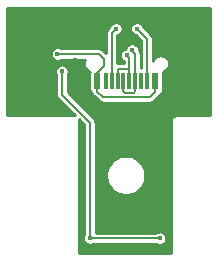
<source format=gbr>
%TF.GenerationSoftware,KiCad,Pcbnew,(5.1.10)-1*%
%TF.CreationDate,2022-04-16T22:58:20-04:00*%
%TF.ProjectId,030,3033302e-6b69-4636-9164-5f7063625858,rev?*%
%TF.SameCoordinates,Original*%
%TF.FileFunction,Copper,L2,Bot*%
%TF.FilePolarity,Positive*%
%FSLAX46Y46*%
G04 Gerber Fmt 4.6, Leading zero omitted, Abs format (unit mm)*
G04 Created by KiCad (PCBNEW (5.1.10)-1) date 2022-04-16 22:58:20*
%MOMM*%
%LPD*%
G01*
G04 APERTURE LIST*
%TA.AperFunction,ComponentPad*%
%ADD10O,1.000000X1.600000*%
%TD*%
%TA.AperFunction,ComponentPad*%
%ADD11O,1.000000X2.100000*%
%TD*%
%TA.AperFunction,SMDPad,CuDef*%
%ADD12R,0.300000X1.450000*%
%TD*%
%TA.AperFunction,SMDPad,CuDef*%
%ADD13R,0.600000X1.450000*%
%TD*%
%TA.AperFunction,ViaPad*%
%ADD14C,0.400000*%
%TD*%
%TA.AperFunction,Conductor*%
%ADD15C,0.200000*%
%TD*%
%TA.AperFunction,Conductor*%
%ADD16C,0.250000*%
%TD*%
%TA.AperFunction,Conductor*%
%ADD17C,0.100000*%
%TD*%
G04 APERTURE END LIST*
D10*
%TO.P,USB,S1*%
%TO.N,GND*%
X110619000Y-53814000D03*
X101979000Y-53814000D03*
D11*
X101979000Y-57994000D03*
X110619000Y-57994000D03*
D12*
%TO.P,USB,A6*%
%TO.N,/D+*%
X106049000Y-58909000D03*
%TO.P,USB,B5*%
%TO.N,Net-(J2-PadB5)*%
X108049000Y-58909000D03*
%TO.P,USB,A8*%
%TO.N,Net-(J2-PadA8)*%
X107549000Y-58909000D03*
%TO.P,USB,B6*%
%TO.N,/D+*%
X107049000Y-58909000D03*
%TO.P,USB,A7*%
%TO.N,/D-*%
X106549000Y-58909000D03*
%TO.P,USB,B7*%
X105549000Y-58909000D03*
%TO.P,USB,A5*%
%TO.N,Net-(J2-PadA5)*%
X105049000Y-58909000D03*
%TO.P,USB,B8*%
%TO.N,Net-(J2-PadB8)*%
X104549000Y-58909000D03*
D13*
%TO.P,USB,A12*%
%TO.N,GND*%
X109549000Y-58909000D03*
%TO.P,USB,B4*%
%TO.N,+5V*%
X108749000Y-58909000D03*
%TO.P,USB,A4*%
X103849000Y-58909000D03*
%TO.P,USB,A1*%
%TO.N,GND*%
X103049000Y-58909000D03*
%TO.P,USB,B12*%
X103049000Y-58909000D03*
%TO.P,USB,B9*%
%TO.N,+5V*%
X103849000Y-58909000D03*
%TO.P,USB,A9*%
X108749000Y-58909000D03*
%TO.P,USB,B1*%
%TO.N,GND*%
X109549000Y-58909000D03*
%TD*%
D14*
%TO.N,+5V*%
X100457000Y-56642000D03*
%TO.N,GND*%
X98560001Y-55888001D03*
X98567999Y-57388001D03*
X98933000Y-59880500D03*
X100330000Y-55880000D03*
X102362000Y-63754000D03*
X102362000Y-67310000D03*
X102489000Y-69977000D03*
X103790000Y-70250000D03*
X108230000Y-69810000D03*
X104648000Y-65024000D03*
X104775000Y-62484000D03*
X109220000Y-60452000D03*
X109347000Y-55880000D03*
X109474000Y-54737000D03*
X103505000Y-54483000D03*
X112014000Y-53848000D03*
X103378000Y-60452000D03*
X106299000Y-60960000D03*
%TO.N,/D+*%
X106782810Y-56285190D03*
%TO.N,/D-*%
X106323190Y-56744810D03*
%TO.N,Net-(J2-PadB5)*%
X107188000Y-54483000D03*
%TO.N,Net-(J2-PadA5)*%
X105410000Y-54483000D03*
%TO.N,/Annode*%
X100838000Y-58102500D03*
X103210000Y-72240000D03*
X109110000Y-72240000D03*
%TD*%
D15*
%TO.N,+5V*%
X104009001Y-58748999D02*
X103849000Y-58909000D01*
X108749000Y-59834000D02*
X108749000Y-58909000D01*
X108298989Y-60284011D02*
X108749000Y-59834000D01*
X104299011Y-60284011D02*
X108298989Y-60284011D01*
X103849000Y-59834000D02*
X104299011Y-60284011D01*
X103849000Y-58909000D02*
X103849000Y-59834000D01*
X103849000Y-58238998D02*
X103849000Y-58909000D01*
X104394000Y-57693998D02*
X103849000Y-58238998D01*
X104394000Y-57086500D02*
X104394000Y-57693998D01*
X103949500Y-56642000D02*
X104394000Y-57086500D01*
X100457000Y-56642000D02*
X103949500Y-56642000D01*
%TO.N,/D+*%
X107049000Y-59779002D02*
X107049000Y-58909000D01*
X106178999Y-59909001D02*
X106919001Y-59909001D01*
X106049000Y-59779002D02*
X106178999Y-59909001D01*
X106919001Y-59909001D02*
X107049000Y-59779002D01*
X106049000Y-58909000D02*
X106049000Y-59779002D01*
X107024000Y-58884000D02*
X107049000Y-58909000D01*
X107024000Y-56667801D02*
X107024000Y-58884000D01*
X106782810Y-56426611D02*
X107024000Y-56667801D01*
X106782810Y-56285190D02*
X106782810Y-56426611D01*
%TO.N,/D-*%
X106549000Y-58038998D02*
X106549000Y-58909000D01*
X106419001Y-57908999D02*
X106549000Y-58038998D01*
X105549000Y-57984000D02*
X105624001Y-57908999D01*
X105549000Y-58909000D02*
X105549000Y-57984000D01*
X105624001Y-57908999D02*
X106419001Y-57908999D01*
X106549000Y-56970620D02*
X106549000Y-58909000D01*
X106323190Y-56744810D02*
X106549000Y-56970620D01*
D16*
%TO.N,Net-(J2-PadB5)*%
X108049000Y-58909000D02*
X108049000Y-58773000D01*
D15*
X108049000Y-55344000D02*
X107188000Y-54483000D01*
X108049000Y-58909000D02*
X108049000Y-55344000D01*
%TO.N,Net-(J2-PadA5)*%
X105049000Y-54844000D02*
X105410000Y-54483000D01*
X105049000Y-58909000D02*
X105049000Y-54844000D01*
%TO.N,/Annode*%
X109110000Y-72240000D02*
X103210000Y-72240000D01*
X100838000Y-60071000D02*
X100838000Y-58102500D01*
X103210000Y-62443000D02*
X100838000Y-60071000D01*
X103210000Y-72240000D02*
X103210000Y-62443000D01*
%TD*%
D16*
%TO.N,GND*%
X113392000Y-61830000D02*
X110509647Y-61830000D01*
X110490000Y-61828065D01*
X110470354Y-61830000D01*
X110470353Y-61830000D01*
X110411586Y-61835788D01*
X110336186Y-61858660D01*
X110266697Y-61895803D01*
X110205789Y-61945789D01*
X110155803Y-62006697D01*
X110118660Y-62076186D01*
X110095788Y-62151586D01*
X110088065Y-62230000D01*
X110090001Y-62249657D01*
X110090000Y-73514000D01*
X102254000Y-73514000D01*
X102254000Y-62249646D01*
X102255935Y-62230000D01*
X102248362Y-62153114D01*
X102735001Y-62639753D01*
X102735000Y-71915915D01*
X102700442Y-71967635D01*
X102657097Y-72072279D01*
X102635000Y-72183367D01*
X102635000Y-72296633D01*
X102657097Y-72407721D01*
X102700442Y-72512365D01*
X102763368Y-72606541D01*
X102843459Y-72686632D01*
X102937635Y-72749558D01*
X103042279Y-72792903D01*
X103153367Y-72815000D01*
X103266633Y-72815000D01*
X103377721Y-72792903D01*
X103482365Y-72749558D01*
X103534085Y-72715000D01*
X108785915Y-72715000D01*
X108837635Y-72749558D01*
X108942279Y-72792903D01*
X109053367Y-72815000D01*
X109166633Y-72815000D01*
X109277721Y-72792903D01*
X109382365Y-72749558D01*
X109476541Y-72686632D01*
X109556632Y-72606541D01*
X109619558Y-72512365D01*
X109662903Y-72407721D01*
X109685000Y-72296633D01*
X109685000Y-72183367D01*
X109662903Y-72072279D01*
X109619558Y-71967635D01*
X109556632Y-71873459D01*
X109476541Y-71793368D01*
X109382365Y-71730442D01*
X109277721Y-71687097D01*
X109166633Y-71665000D01*
X109053367Y-71665000D01*
X108942279Y-71687097D01*
X108837635Y-71730442D01*
X108785915Y-71765000D01*
X103685000Y-71765000D01*
X103685000Y-66746311D01*
X104585600Y-66746311D01*
X104585600Y-67073689D01*
X104649468Y-67394775D01*
X104774749Y-67697232D01*
X104956630Y-67969436D01*
X105188121Y-68200927D01*
X105460325Y-68382808D01*
X105762782Y-68508089D01*
X106083868Y-68571957D01*
X106411246Y-68571957D01*
X106732332Y-68508089D01*
X107034789Y-68382808D01*
X107306993Y-68200927D01*
X107538484Y-67969436D01*
X107720365Y-67697232D01*
X107845646Y-67394775D01*
X107909514Y-67073689D01*
X107909514Y-66746311D01*
X107845646Y-66425225D01*
X107720365Y-66122768D01*
X107538484Y-65850564D01*
X107306993Y-65619073D01*
X107034789Y-65437192D01*
X106732332Y-65311911D01*
X106411246Y-65248043D01*
X106083868Y-65248043D01*
X105762782Y-65311911D01*
X105460325Y-65437192D01*
X105188121Y-65619073D01*
X104956630Y-65850564D01*
X104774749Y-66122768D01*
X104649468Y-66425225D01*
X104585600Y-66746311D01*
X103685000Y-66746311D01*
X103685000Y-62466332D01*
X103687298Y-62443000D01*
X103678127Y-62349884D01*
X103650966Y-62260346D01*
X103606859Y-62177827D01*
X103562374Y-62123622D01*
X103547501Y-62105499D01*
X103529377Y-62090625D01*
X101313000Y-59874250D01*
X101313000Y-58426585D01*
X101347558Y-58374865D01*
X101390903Y-58270221D01*
X101413000Y-58159133D01*
X101413000Y-58045867D01*
X101390903Y-57934779D01*
X101347558Y-57830135D01*
X101284632Y-57735959D01*
X101204541Y-57655868D01*
X101110365Y-57592942D01*
X101005721Y-57549597D01*
X100894633Y-57527500D01*
X100781367Y-57527500D01*
X100670279Y-57549597D01*
X100565635Y-57592942D01*
X100471459Y-57655868D01*
X100391368Y-57735959D01*
X100328442Y-57830135D01*
X100285097Y-57934779D01*
X100263000Y-58045867D01*
X100263000Y-58159133D01*
X100285097Y-58270221D01*
X100328442Y-58374865D01*
X100363001Y-58426586D01*
X100363000Y-60047667D01*
X100360702Y-60071000D01*
X100369873Y-60164116D01*
X100372924Y-60174173D01*
X100397034Y-60253653D01*
X100441141Y-60336173D01*
X100500499Y-60408501D01*
X100518634Y-60423384D01*
X101930886Y-61835638D01*
X101873647Y-61830000D01*
X101873646Y-61830000D01*
X101854000Y-61828065D01*
X101834353Y-61830000D01*
X96158000Y-61830000D01*
X96158000Y-56585367D01*
X99882000Y-56585367D01*
X99882000Y-56698633D01*
X99904097Y-56809721D01*
X99947442Y-56914365D01*
X100010368Y-57008541D01*
X100090459Y-57088632D01*
X100184635Y-57151558D01*
X100289279Y-57194903D01*
X100400367Y-57217000D01*
X100513633Y-57217000D01*
X100624721Y-57194903D01*
X100729365Y-57151558D01*
X100781085Y-57117000D01*
X102798975Y-57117000D01*
X102788668Y-57132426D01*
X102735901Y-57259818D01*
X102709000Y-57395056D01*
X102709000Y-57532944D01*
X102735901Y-57668182D01*
X102788668Y-57795574D01*
X102865274Y-57910224D01*
X102962776Y-58007726D01*
X103077426Y-58084332D01*
X103177903Y-58125951D01*
X103172186Y-58184000D01*
X103172186Y-59634000D01*
X103179426Y-59707513D01*
X103200869Y-59778200D01*
X103235691Y-59843347D01*
X103282552Y-59900448D01*
X103339653Y-59947309D01*
X103396161Y-59977514D01*
X103403625Y-60002116D01*
X103408035Y-60016654D01*
X103452142Y-60099173D01*
X103511500Y-60171501D01*
X103529629Y-60186379D01*
X103946636Y-60603387D01*
X103961510Y-60621512D01*
X104033838Y-60680870D01*
X104116355Y-60724976D01*
X104116357Y-60724977D01*
X104205895Y-60752138D01*
X104299011Y-60761309D01*
X104322343Y-60759011D01*
X108275657Y-60759011D01*
X108298989Y-60761309D01*
X108322321Y-60759011D01*
X108392105Y-60752138D01*
X108481643Y-60724977D01*
X108564162Y-60680870D01*
X108636490Y-60621512D01*
X108651372Y-60603378D01*
X109068376Y-60186375D01*
X109086501Y-60171501D01*
X109145859Y-60099173D01*
X109189966Y-60016654D01*
X109201839Y-59977513D01*
X109258347Y-59947309D01*
X109315448Y-59900448D01*
X109362309Y-59843347D01*
X109397131Y-59778200D01*
X109418574Y-59707513D01*
X109425814Y-59634000D01*
X109425814Y-58184000D01*
X109420097Y-58125951D01*
X109520574Y-58084332D01*
X109635224Y-58007726D01*
X109732726Y-57910224D01*
X109809332Y-57795574D01*
X109862099Y-57668182D01*
X109889000Y-57532944D01*
X109889000Y-57395056D01*
X109862099Y-57259818D01*
X109809332Y-57132426D01*
X109732726Y-57017776D01*
X109635224Y-56920274D01*
X109520574Y-56843668D01*
X109393182Y-56790901D01*
X109257944Y-56764000D01*
X109120056Y-56764000D01*
X108984818Y-56790901D01*
X108857426Y-56843668D01*
X108742776Y-56920274D01*
X108645274Y-57017776D01*
X108568668Y-57132426D01*
X108524000Y-57240265D01*
X108524000Y-55367332D01*
X108526298Y-55344000D01*
X108517127Y-55250884D01*
X108489966Y-55161345D01*
X108474602Y-55132602D01*
X108445859Y-55078827D01*
X108386501Y-55006499D01*
X108368377Y-54991625D01*
X107753039Y-54376288D01*
X107740903Y-54315279D01*
X107697558Y-54210635D01*
X107634632Y-54116459D01*
X107554541Y-54036368D01*
X107460365Y-53973442D01*
X107355721Y-53930097D01*
X107244633Y-53908000D01*
X107131367Y-53908000D01*
X107020279Y-53930097D01*
X106915635Y-53973442D01*
X106821459Y-54036368D01*
X106741368Y-54116459D01*
X106678442Y-54210635D01*
X106635097Y-54315279D01*
X106613000Y-54426367D01*
X106613000Y-54539633D01*
X106635097Y-54650721D01*
X106678442Y-54755365D01*
X106741368Y-54849541D01*
X106821459Y-54929632D01*
X106915635Y-54992558D01*
X107020279Y-55035903D01*
X107081288Y-55048039D01*
X107574001Y-55540753D01*
X107574000Y-57807186D01*
X107499000Y-57807186D01*
X107499000Y-56691132D01*
X107501298Y-56667800D01*
X107492127Y-56574684D01*
X107478467Y-56529654D01*
X107464966Y-56485147D01*
X107420859Y-56402628D01*
X107361501Y-56330300D01*
X107357810Y-56327271D01*
X107357810Y-56228557D01*
X107335713Y-56117469D01*
X107292368Y-56012825D01*
X107229442Y-55918649D01*
X107149351Y-55838558D01*
X107055175Y-55775632D01*
X106950531Y-55732287D01*
X106839443Y-55710190D01*
X106726177Y-55710190D01*
X106615089Y-55732287D01*
X106510445Y-55775632D01*
X106416269Y-55838558D01*
X106336178Y-55918649D01*
X106273252Y-56012825D01*
X106229907Y-56117469D01*
X106217557Y-56179557D01*
X106155469Y-56191907D01*
X106050825Y-56235252D01*
X105956649Y-56298178D01*
X105876558Y-56378269D01*
X105813632Y-56472445D01*
X105770287Y-56577089D01*
X105748190Y-56688177D01*
X105748190Y-56801443D01*
X105770287Y-56912531D01*
X105813632Y-57017175D01*
X105876558Y-57111351D01*
X105956649Y-57191442D01*
X106050825Y-57254368D01*
X106074000Y-57263967D01*
X106074000Y-57433999D01*
X105647332Y-57433999D01*
X105624000Y-57431701D01*
X105530885Y-57440872D01*
X105524000Y-57442961D01*
X105524000Y-55046589D01*
X105577721Y-55035903D01*
X105682365Y-54992558D01*
X105776541Y-54929632D01*
X105856632Y-54849541D01*
X105919558Y-54755365D01*
X105962903Y-54650721D01*
X105985000Y-54539633D01*
X105985000Y-54426367D01*
X105962903Y-54315279D01*
X105919558Y-54210635D01*
X105856632Y-54116459D01*
X105776541Y-54036368D01*
X105682365Y-53973442D01*
X105577721Y-53930097D01*
X105466633Y-53908000D01*
X105353367Y-53908000D01*
X105242279Y-53930097D01*
X105137635Y-53973442D01*
X105043459Y-54036368D01*
X104963368Y-54116459D01*
X104900442Y-54210635D01*
X104857097Y-54315279D01*
X104844961Y-54376288D01*
X104729629Y-54491621D01*
X104711500Y-54506499D01*
X104652142Y-54578827D01*
X104613714Y-54650721D01*
X104608035Y-54661346D01*
X104580873Y-54750884D01*
X104571702Y-54844000D01*
X104574001Y-54867342D01*
X104574001Y-56594750D01*
X104301884Y-56322634D01*
X104287001Y-56304499D01*
X104214673Y-56245141D01*
X104132154Y-56201034D01*
X104042616Y-56173873D01*
X103972832Y-56167000D01*
X103949500Y-56164702D01*
X103926168Y-56167000D01*
X100781085Y-56167000D01*
X100729365Y-56132442D01*
X100624721Y-56089097D01*
X100513633Y-56067000D01*
X100400367Y-56067000D01*
X100289279Y-56089097D01*
X100184635Y-56132442D01*
X100090459Y-56195368D01*
X100010368Y-56275459D01*
X99947442Y-56369635D01*
X99904097Y-56474279D01*
X99882000Y-56585367D01*
X96158000Y-56585367D01*
X96158000Y-52724000D01*
X113392001Y-52724000D01*
X113392000Y-61830000D01*
%TA.AperFunction,Conductor*%
D17*
G36*
X113392000Y-61830000D02*
G01*
X110509647Y-61830000D01*
X110490000Y-61828065D01*
X110470354Y-61830000D01*
X110470353Y-61830000D01*
X110411586Y-61835788D01*
X110336186Y-61858660D01*
X110266697Y-61895803D01*
X110205789Y-61945789D01*
X110155803Y-62006697D01*
X110118660Y-62076186D01*
X110095788Y-62151586D01*
X110088065Y-62230000D01*
X110090001Y-62249657D01*
X110090000Y-73514000D01*
X102254000Y-73514000D01*
X102254000Y-62249646D01*
X102255935Y-62230000D01*
X102248362Y-62153114D01*
X102735001Y-62639753D01*
X102735000Y-71915915D01*
X102700442Y-71967635D01*
X102657097Y-72072279D01*
X102635000Y-72183367D01*
X102635000Y-72296633D01*
X102657097Y-72407721D01*
X102700442Y-72512365D01*
X102763368Y-72606541D01*
X102843459Y-72686632D01*
X102937635Y-72749558D01*
X103042279Y-72792903D01*
X103153367Y-72815000D01*
X103266633Y-72815000D01*
X103377721Y-72792903D01*
X103482365Y-72749558D01*
X103534085Y-72715000D01*
X108785915Y-72715000D01*
X108837635Y-72749558D01*
X108942279Y-72792903D01*
X109053367Y-72815000D01*
X109166633Y-72815000D01*
X109277721Y-72792903D01*
X109382365Y-72749558D01*
X109476541Y-72686632D01*
X109556632Y-72606541D01*
X109619558Y-72512365D01*
X109662903Y-72407721D01*
X109685000Y-72296633D01*
X109685000Y-72183367D01*
X109662903Y-72072279D01*
X109619558Y-71967635D01*
X109556632Y-71873459D01*
X109476541Y-71793368D01*
X109382365Y-71730442D01*
X109277721Y-71687097D01*
X109166633Y-71665000D01*
X109053367Y-71665000D01*
X108942279Y-71687097D01*
X108837635Y-71730442D01*
X108785915Y-71765000D01*
X103685000Y-71765000D01*
X103685000Y-66746311D01*
X104585600Y-66746311D01*
X104585600Y-67073689D01*
X104649468Y-67394775D01*
X104774749Y-67697232D01*
X104956630Y-67969436D01*
X105188121Y-68200927D01*
X105460325Y-68382808D01*
X105762782Y-68508089D01*
X106083868Y-68571957D01*
X106411246Y-68571957D01*
X106732332Y-68508089D01*
X107034789Y-68382808D01*
X107306993Y-68200927D01*
X107538484Y-67969436D01*
X107720365Y-67697232D01*
X107845646Y-67394775D01*
X107909514Y-67073689D01*
X107909514Y-66746311D01*
X107845646Y-66425225D01*
X107720365Y-66122768D01*
X107538484Y-65850564D01*
X107306993Y-65619073D01*
X107034789Y-65437192D01*
X106732332Y-65311911D01*
X106411246Y-65248043D01*
X106083868Y-65248043D01*
X105762782Y-65311911D01*
X105460325Y-65437192D01*
X105188121Y-65619073D01*
X104956630Y-65850564D01*
X104774749Y-66122768D01*
X104649468Y-66425225D01*
X104585600Y-66746311D01*
X103685000Y-66746311D01*
X103685000Y-62466332D01*
X103687298Y-62443000D01*
X103678127Y-62349884D01*
X103650966Y-62260346D01*
X103606859Y-62177827D01*
X103562374Y-62123622D01*
X103547501Y-62105499D01*
X103529377Y-62090625D01*
X101313000Y-59874250D01*
X101313000Y-58426585D01*
X101347558Y-58374865D01*
X101390903Y-58270221D01*
X101413000Y-58159133D01*
X101413000Y-58045867D01*
X101390903Y-57934779D01*
X101347558Y-57830135D01*
X101284632Y-57735959D01*
X101204541Y-57655868D01*
X101110365Y-57592942D01*
X101005721Y-57549597D01*
X100894633Y-57527500D01*
X100781367Y-57527500D01*
X100670279Y-57549597D01*
X100565635Y-57592942D01*
X100471459Y-57655868D01*
X100391368Y-57735959D01*
X100328442Y-57830135D01*
X100285097Y-57934779D01*
X100263000Y-58045867D01*
X100263000Y-58159133D01*
X100285097Y-58270221D01*
X100328442Y-58374865D01*
X100363001Y-58426586D01*
X100363000Y-60047667D01*
X100360702Y-60071000D01*
X100369873Y-60164116D01*
X100372924Y-60174173D01*
X100397034Y-60253653D01*
X100441141Y-60336173D01*
X100500499Y-60408501D01*
X100518634Y-60423384D01*
X101930886Y-61835638D01*
X101873647Y-61830000D01*
X101873646Y-61830000D01*
X101854000Y-61828065D01*
X101834353Y-61830000D01*
X96158000Y-61830000D01*
X96158000Y-56585367D01*
X99882000Y-56585367D01*
X99882000Y-56698633D01*
X99904097Y-56809721D01*
X99947442Y-56914365D01*
X100010368Y-57008541D01*
X100090459Y-57088632D01*
X100184635Y-57151558D01*
X100289279Y-57194903D01*
X100400367Y-57217000D01*
X100513633Y-57217000D01*
X100624721Y-57194903D01*
X100729365Y-57151558D01*
X100781085Y-57117000D01*
X102798975Y-57117000D01*
X102788668Y-57132426D01*
X102735901Y-57259818D01*
X102709000Y-57395056D01*
X102709000Y-57532944D01*
X102735901Y-57668182D01*
X102788668Y-57795574D01*
X102865274Y-57910224D01*
X102962776Y-58007726D01*
X103077426Y-58084332D01*
X103177903Y-58125951D01*
X103172186Y-58184000D01*
X103172186Y-59634000D01*
X103179426Y-59707513D01*
X103200869Y-59778200D01*
X103235691Y-59843347D01*
X103282552Y-59900448D01*
X103339653Y-59947309D01*
X103396161Y-59977514D01*
X103403625Y-60002116D01*
X103408035Y-60016654D01*
X103452142Y-60099173D01*
X103511500Y-60171501D01*
X103529629Y-60186379D01*
X103946636Y-60603387D01*
X103961510Y-60621512D01*
X104033838Y-60680870D01*
X104116355Y-60724976D01*
X104116357Y-60724977D01*
X104205895Y-60752138D01*
X104299011Y-60761309D01*
X104322343Y-60759011D01*
X108275657Y-60759011D01*
X108298989Y-60761309D01*
X108322321Y-60759011D01*
X108392105Y-60752138D01*
X108481643Y-60724977D01*
X108564162Y-60680870D01*
X108636490Y-60621512D01*
X108651372Y-60603378D01*
X109068376Y-60186375D01*
X109086501Y-60171501D01*
X109145859Y-60099173D01*
X109189966Y-60016654D01*
X109201839Y-59977513D01*
X109258347Y-59947309D01*
X109315448Y-59900448D01*
X109362309Y-59843347D01*
X109397131Y-59778200D01*
X109418574Y-59707513D01*
X109425814Y-59634000D01*
X109425814Y-58184000D01*
X109420097Y-58125951D01*
X109520574Y-58084332D01*
X109635224Y-58007726D01*
X109732726Y-57910224D01*
X109809332Y-57795574D01*
X109862099Y-57668182D01*
X109889000Y-57532944D01*
X109889000Y-57395056D01*
X109862099Y-57259818D01*
X109809332Y-57132426D01*
X109732726Y-57017776D01*
X109635224Y-56920274D01*
X109520574Y-56843668D01*
X109393182Y-56790901D01*
X109257944Y-56764000D01*
X109120056Y-56764000D01*
X108984818Y-56790901D01*
X108857426Y-56843668D01*
X108742776Y-56920274D01*
X108645274Y-57017776D01*
X108568668Y-57132426D01*
X108524000Y-57240265D01*
X108524000Y-55367332D01*
X108526298Y-55344000D01*
X108517127Y-55250884D01*
X108489966Y-55161345D01*
X108474602Y-55132602D01*
X108445859Y-55078827D01*
X108386501Y-55006499D01*
X108368377Y-54991625D01*
X107753039Y-54376288D01*
X107740903Y-54315279D01*
X107697558Y-54210635D01*
X107634632Y-54116459D01*
X107554541Y-54036368D01*
X107460365Y-53973442D01*
X107355721Y-53930097D01*
X107244633Y-53908000D01*
X107131367Y-53908000D01*
X107020279Y-53930097D01*
X106915635Y-53973442D01*
X106821459Y-54036368D01*
X106741368Y-54116459D01*
X106678442Y-54210635D01*
X106635097Y-54315279D01*
X106613000Y-54426367D01*
X106613000Y-54539633D01*
X106635097Y-54650721D01*
X106678442Y-54755365D01*
X106741368Y-54849541D01*
X106821459Y-54929632D01*
X106915635Y-54992558D01*
X107020279Y-55035903D01*
X107081288Y-55048039D01*
X107574001Y-55540753D01*
X107574000Y-57807186D01*
X107499000Y-57807186D01*
X107499000Y-56691132D01*
X107501298Y-56667800D01*
X107492127Y-56574684D01*
X107478467Y-56529654D01*
X107464966Y-56485147D01*
X107420859Y-56402628D01*
X107361501Y-56330300D01*
X107357810Y-56327271D01*
X107357810Y-56228557D01*
X107335713Y-56117469D01*
X107292368Y-56012825D01*
X107229442Y-55918649D01*
X107149351Y-55838558D01*
X107055175Y-55775632D01*
X106950531Y-55732287D01*
X106839443Y-55710190D01*
X106726177Y-55710190D01*
X106615089Y-55732287D01*
X106510445Y-55775632D01*
X106416269Y-55838558D01*
X106336178Y-55918649D01*
X106273252Y-56012825D01*
X106229907Y-56117469D01*
X106217557Y-56179557D01*
X106155469Y-56191907D01*
X106050825Y-56235252D01*
X105956649Y-56298178D01*
X105876558Y-56378269D01*
X105813632Y-56472445D01*
X105770287Y-56577089D01*
X105748190Y-56688177D01*
X105748190Y-56801443D01*
X105770287Y-56912531D01*
X105813632Y-57017175D01*
X105876558Y-57111351D01*
X105956649Y-57191442D01*
X106050825Y-57254368D01*
X106074000Y-57263967D01*
X106074000Y-57433999D01*
X105647332Y-57433999D01*
X105624000Y-57431701D01*
X105530885Y-57440872D01*
X105524000Y-57442961D01*
X105524000Y-55046589D01*
X105577721Y-55035903D01*
X105682365Y-54992558D01*
X105776541Y-54929632D01*
X105856632Y-54849541D01*
X105919558Y-54755365D01*
X105962903Y-54650721D01*
X105985000Y-54539633D01*
X105985000Y-54426367D01*
X105962903Y-54315279D01*
X105919558Y-54210635D01*
X105856632Y-54116459D01*
X105776541Y-54036368D01*
X105682365Y-53973442D01*
X105577721Y-53930097D01*
X105466633Y-53908000D01*
X105353367Y-53908000D01*
X105242279Y-53930097D01*
X105137635Y-53973442D01*
X105043459Y-54036368D01*
X104963368Y-54116459D01*
X104900442Y-54210635D01*
X104857097Y-54315279D01*
X104844961Y-54376288D01*
X104729629Y-54491621D01*
X104711500Y-54506499D01*
X104652142Y-54578827D01*
X104613714Y-54650721D01*
X104608035Y-54661346D01*
X104580873Y-54750884D01*
X104571702Y-54844000D01*
X104574001Y-54867342D01*
X104574001Y-56594750D01*
X104301884Y-56322634D01*
X104287001Y-56304499D01*
X104214673Y-56245141D01*
X104132154Y-56201034D01*
X104042616Y-56173873D01*
X103972832Y-56167000D01*
X103949500Y-56164702D01*
X103926168Y-56167000D01*
X100781085Y-56167000D01*
X100729365Y-56132442D01*
X100624721Y-56089097D01*
X100513633Y-56067000D01*
X100400367Y-56067000D01*
X100289279Y-56089097D01*
X100184635Y-56132442D01*
X100090459Y-56195368D01*
X100010368Y-56275459D01*
X99947442Y-56369635D01*
X99904097Y-56474279D01*
X99882000Y-56585367D01*
X96158000Y-56585367D01*
X96158000Y-52724000D01*
X113392001Y-52724000D01*
X113392000Y-61830000D01*
G37*
%TD.AperFunction*%
%TD*%
M02*

</source>
